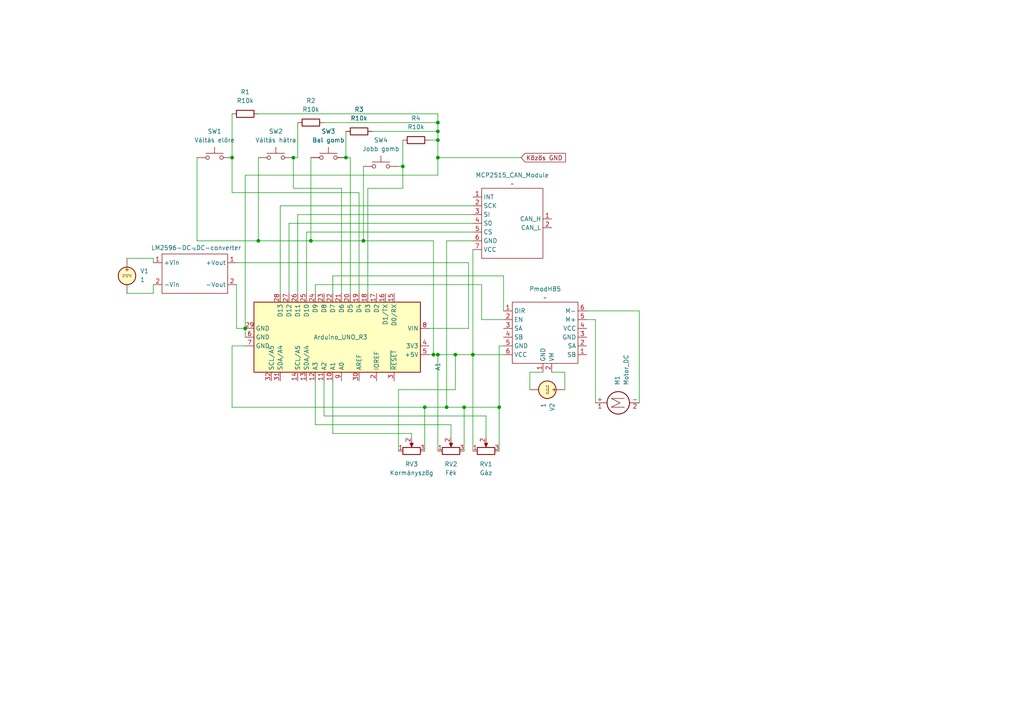
<source format=kicad_sch>
(kicad_sch
	(version 20231120)
	(generator "eeschema")
	(generator_version "8.0")
	(uuid "72a13df0-5607-400f-a823-b760a784fa82")
	(paper "A4")
	(lib_symbols
		(symbol "Device:R"
			(pin_numbers hide)
			(pin_names
				(offset 0)
			)
			(exclude_from_sim no)
			(in_bom yes)
			(on_board yes)
			(property "Reference" "R"
				(at 2.032 0 90)
				(effects
					(font
						(size 1.27 1.27)
					)
				)
			)
			(property "Value" "R"
				(at 0 0 90)
				(effects
					(font
						(size 1.27 1.27)
					)
				)
			)
			(property "Footprint" ""
				(at -1.778 0 90)
				(effects
					(font
						(size 1.27 1.27)
					)
					(hide yes)
				)
			)
			(property "Datasheet" "~"
				(at 0 0 0)
				(effects
					(font
						(size 1.27 1.27)
					)
					(hide yes)
				)
			)
			(property "Description" "Resistor"
				(at 0 0 0)
				(effects
					(font
						(size 1.27 1.27)
					)
					(hide yes)
				)
			)
			(property "ki_keywords" "R res resistor"
				(at 0 0 0)
				(effects
					(font
						(size 1.27 1.27)
					)
					(hide yes)
				)
			)
			(property "ki_fp_filters" "R_*"
				(at 0 0 0)
				(effects
					(font
						(size 1.27 1.27)
					)
					(hide yes)
				)
			)
			(symbol "R_0_1"
				(rectangle
					(start -1.016 -2.54)
					(end 1.016 2.54)
					(stroke
						(width 0.254)
						(type default)
					)
					(fill
						(type none)
					)
				)
			)
			(symbol "R_1_1"
				(pin passive line
					(at 0 3.81 270)
					(length 1.27)
					(name "~"
						(effects
							(font
								(size 1.27 1.27)
							)
						)
					)
					(number "1"
						(effects
							(font
								(size 1.27 1.27)
							)
						)
					)
				)
				(pin passive line
					(at 0 -3.81 90)
					(length 1.27)
					(name "~"
						(effects
							(font
								(size 1.27 1.27)
							)
						)
					)
					(number "2"
						(effects
							(font
								(size 1.27 1.27)
							)
						)
					)
				)
			)
		)
		(symbol "Device:R_Potentiometer"
			(pin_names
				(offset 1.016) hide)
			(exclude_from_sim no)
			(in_bom yes)
			(on_board yes)
			(property "Reference" "RV"
				(at -4.445 0 90)
				(effects
					(font
						(size 1.27 1.27)
					)
				)
			)
			(property "Value" "R_Potentiometer"
				(at -2.54 0 90)
				(effects
					(font
						(size 1.27 1.27)
					)
				)
			)
			(property "Footprint" ""
				(at 0 0 0)
				(effects
					(font
						(size 1.27 1.27)
					)
					(hide yes)
				)
			)
			(property "Datasheet" "~"
				(at 0 0 0)
				(effects
					(font
						(size 1.27 1.27)
					)
					(hide yes)
				)
			)
			(property "Description" "Potentiometer"
				(at 0 0 0)
				(effects
					(font
						(size 1.27 1.27)
					)
					(hide yes)
				)
			)
			(property "ki_keywords" "resistor variable"
				(at 0 0 0)
				(effects
					(font
						(size 1.27 1.27)
					)
					(hide yes)
				)
			)
			(property "ki_fp_filters" "Potentiometer*"
				(at 0 0 0)
				(effects
					(font
						(size 1.27 1.27)
					)
					(hide yes)
				)
			)
			(symbol "R_Potentiometer_0_1"
				(polyline
					(pts
						(xy 2.54 0) (xy 1.524 0)
					)
					(stroke
						(width 0)
						(type default)
					)
					(fill
						(type none)
					)
				)
				(polyline
					(pts
						(xy 1.143 0) (xy 2.286 0.508) (xy 2.286 -0.508) (xy 1.143 0)
					)
					(stroke
						(width 0)
						(type default)
					)
					(fill
						(type outline)
					)
				)
				(rectangle
					(start 1.016 2.54)
					(end -1.016 -2.54)
					(stroke
						(width 0.254)
						(type default)
					)
					(fill
						(type none)
					)
				)
			)
			(symbol "R_Potentiometer_1_1"
				(pin passive line
					(at 0 3.81 270)
					(length 1.27)
					(name "1"
						(effects
							(font
								(size 1.27 1.27)
							)
						)
					)
					(number "1"
						(effects
							(font
								(size 1.27 1.27)
							)
						)
					)
				)
				(pin passive line
					(at 3.81 0 180)
					(length 1.27)
					(name "2"
						(effects
							(font
								(size 1.27 1.27)
							)
						)
					)
					(number "2"
						(effects
							(font
								(size 1.27 1.27)
							)
						)
					)
				)
				(pin passive line
					(at 0 -3.81 90)
					(length 1.27)
					(name "3"
						(effects
							(font
								(size 1.27 1.27)
							)
						)
					)
					(number "3"
						(effects
							(font
								(size 1.27 1.27)
							)
						)
					)
				)
			)
		)
		(symbol "MCU_Module:Arduino_UNO_R3"
			(exclude_from_sim no)
			(in_bom yes)
			(on_board yes)
			(property "Reference" "A"
				(at -10.16 23.495 0)
				(effects
					(font
						(size 1.27 1.27)
					)
					(justify left bottom)
				)
			)
			(property "Value" "Arduino_UNO_R3"
				(at 5.08 -26.67 0)
				(effects
					(font
						(size 1.27 1.27)
					)
					(justify left top)
				)
			)
			(property "Footprint" "Module:Arduino_UNO_R3"
				(at 0 0 0)
				(effects
					(font
						(size 1.27 1.27)
						(italic yes)
					)
					(hide yes)
				)
			)
			(property "Datasheet" "https://www.arduino.cc/en/Main/arduinoBoardUno"
				(at 0 0 0)
				(effects
					(font
						(size 1.27 1.27)
					)
					(hide yes)
				)
			)
			(property "Description" "Arduino UNO Microcontroller Module, release 3"
				(at 0 0 0)
				(effects
					(font
						(size 1.27 1.27)
					)
					(hide yes)
				)
			)
			(property "ki_keywords" "Arduino UNO R3 Microcontroller Module Atmel AVR USB"
				(at 0 0 0)
				(effects
					(font
						(size 1.27 1.27)
					)
					(hide yes)
				)
			)
			(property "ki_fp_filters" "Arduino*UNO*R3*"
				(at 0 0 0)
				(effects
					(font
						(size 1.27 1.27)
					)
					(hide yes)
				)
			)
			(symbol "Arduino_UNO_R3_0_1"
				(rectangle
					(start -10.16 22.86)
					(end 10.16 -25.4)
					(stroke
						(width 0.254)
						(type default)
					)
					(fill
						(type background)
					)
				)
			)
			(symbol "Arduino_UNO_R3_1_1"
				(pin no_connect line
					(at -10.16 -20.32 0)
					(length 2.54) hide
					(name "NC"
						(effects
							(font
								(size 1.27 1.27)
							)
						)
					)
					(number "1"
						(effects
							(font
								(size 1.27 1.27)
							)
						)
					)
				)
				(pin bidirectional line
					(at 12.7 -2.54 180)
					(length 2.54)
					(name "A1"
						(effects
							(font
								(size 1.27 1.27)
							)
						)
					)
					(number "10"
						(effects
							(font
								(size 1.27 1.27)
							)
						)
					)
				)
				(pin bidirectional line
					(at 12.7 -5.08 180)
					(length 2.54)
					(name "A2"
						(effects
							(font
								(size 1.27 1.27)
							)
						)
					)
					(number "11"
						(effects
							(font
								(size 1.27 1.27)
							)
						)
					)
				)
				(pin bidirectional line
					(at 12.7 -7.62 180)
					(length 2.54)
					(name "A3"
						(effects
							(font
								(size 1.27 1.27)
							)
						)
					)
					(number "12"
						(effects
							(font
								(size 1.27 1.27)
							)
						)
					)
				)
				(pin bidirectional line
					(at 12.7 -10.16 180)
					(length 2.54)
					(name "SDA/A4"
						(effects
							(font
								(size 1.27 1.27)
							)
						)
					)
					(number "13"
						(effects
							(font
								(size 1.27 1.27)
							)
						)
					)
				)
				(pin bidirectional line
					(at 12.7 -12.7 180)
					(length 2.54)
					(name "SCL/A5"
						(effects
							(font
								(size 1.27 1.27)
							)
						)
					)
					(number "14"
						(effects
							(font
								(size 1.27 1.27)
							)
						)
					)
				)
				(pin bidirectional line
					(at -12.7 15.24 0)
					(length 2.54)
					(name "D0/RX"
						(effects
							(font
								(size 1.27 1.27)
							)
						)
					)
					(number "15"
						(effects
							(font
								(size 1.27 1.27)
							)
						)
					)
				)
				(pin bidirectional line
					(at -12.7 12.7 0)
					(length 2.54)
					(name "D1/TX"
						(effects
							(font
								(size 1.27 1.27)
							)
						)
					)
					(number "16"
						(effects
							(font
								(size 1.27 1.27)
							)
						)
					)
				)
				(pin bidirectional line
					(at -12.7 10.16 0)
					(length 2.54)
					(name "D2"
						(effects
							(font
								(size 1.27 1.27)
							)
						)
					)
					(number "17"
						(effects
							(font
								(size 1.27 1.27)
							)
						)
					)
				)
				(pin bidirectional line
					(at -12.7 7.62 0)
					(length 2.54)
					(name "D3"
						(effects
							(font
								(size 1.27 1.27)
							)
						)
					)
					(number "18"
						(effects
							(font
								(size 1.27 1.27)
							)
						)
					)
				)
				(pin bidirectional line
					(at -12.7 5.08 0)
					(length 2.54)
					(name "D4"
						(effects
							(font
								(size 1.27 1.27)
							)
						)
					)
					(number "19"
						(effects
							(font
								(size 1.27 1.27)
							)
						)
					)
				)
				(pin output line
					(at 12.7 10.16 180)
					(length 2.54)
					(name "IOREF"
						(effects
							(font
								(size 1.27 1.27)
							)
						)
					)
					(number "2"
						(effects
							(font
								(size 1.27 1.27)
							)
						)
					)
				)
				(pin bidirectional line
					(at -12.7 2.54 0)
					(length 2.54)
					(name "D5"
						(effects
							(font
								(size 1.27 1.27)
							)
						)
					)
					(number "20"
						(effects
							(font
								(size 1.27 1.27)
							)
						)
					)
				)
				(pin bidirectional line
					(at -12.7 0 0)
					(length 2.54)
					(name "D6"
						(effects
							(font
								(size 1.27 1.27)
							)
						)
					)
					(number "21"
						(effects
							(font
								(size 1.27 1.27)
							)
						)
					)
				)
				(pin bidirectional line
					(at -12.7 -2.54 0)
					(length 2.54)
					(name "D7"
						(effects
							(font
								(size 1.27 1.27)
							)
						)
					)
					(number "22"
						(effects
							(font
								(size 1.27 1.27)
							)
						)
					)
				)
				(pin bidirectional line
					(at -12.7 -5.08 0)
					(length 2.54)
					(name "D8"
						(effects
							(font
								(size 1.27 1.27)
							)
						)
					)
					(number "23"
						(effects
							(font
								(size 1.27 1.27)
							)
						)
					)
				)
				(pin bidirectional line
					(at -12.7 -7.62 0)
					(length 2.54)
					(name "D9"
						(effects
							(font
								(size 1.27 1.27)
							)
						)
					)
					(number "24"
						(effects
							(font
								(size 1.27 1.27)
							)
						)
					)
				)
				(pin bidirectional line
					(at -12.7 -10.16 0)
					(length 2.54)
					(name "D10"
						(effects
							(font
								(size 1.27 1.27)
							)
						)
					)
					(number "25"
						(effects
							(font
								(size 1.27 1.27)
							)
						)
					)
				)
				(pin bidirectional line
					(at -12.7 -12.7 0)
					(length 2.54)
					(name "D11"
						(effects
							(font
								(size 1.27 1.27)
							)
						)
					)
					(number "26"
						(effects
							(font
								(size 1.27 1.27)
							)
						)
					)
				)
				(pin bidirectional line
					(at -12.7 -15.24 0)
					(length 2.54)
					(name "D12"
						(effects
							(font
								(size 1.27 1.27)
							)
						)
					)
					(number "27"
						(effects
							(font
								(size 1.27 1.27)
							)
						)
					)
				)
				(pin bidirectional line
					(at -12.7 -17.78 0)
					(length 2.54)
					(name "D13"
						(effects
							(font
								(size 1.27 1.27)
							)
						)
					)
					(number "28"
						(effects
							(font
								(size 1.27 1.27)
							)
						)
					)
				)
				(pin power_in line
					(at -2.54 -27.94 90)
					(length 2.54)
					(name "GND"
						(effects
							(font
								(size 1.27 1.27)
							)
						)
					)
					(number "29"
						(effects
							(font
								(size 1.27 1.27)
							)
						)
					)
				)
				(pin input line
					(at 12.7 15.24 180)
					(length 2.54)
					(name "~{RESET}"
						(effects
							(font
								(size 1.27 1.27)
							)
						)
					)
					(number "3"
						(effects
							(font
								(size 1.27 1.27)
							)
						)
					)
				)
				(pin input line
					(at 12.7 5.08 180)
					(length 2.54)
					(name "AREF"
						(effects
							(font
								(size 1.27 1.27)
							)
						)
					)
					(number "30"
						(effects
							(font
								(size 1.27 1.27)
							)
						)
					)
				)
				(pin bidirectional line
					(at 12.7 -17.78 180)
					(length 2.54)
					(name "SDA/A4"
						(effects
							(font
								(size 1.27 1.27)
							)
						)
					)
					(number "31"
						(effects
							(font
								(size 1.27 1.27)
							)
						)
					)
				)
				(pin bidirectional line
					(at 12.7 -20.32 180)
					(length 2.54)
					(name "SCL/A5"
						(effects
							(font
								(size 1.27 1.27)
							)
						)
					)
					(number "32"
						(effects
							(font
								(size 1.27 1.27)
							)
						)
					)
				)
				(pin power_out line
					(at 2.54 25.4 270)
					(length 2.54)
					(name "3V3"
						(effects
							(font
								(size 1.27 1.27)
							)
						)
					)
					(number "4"
						(effects
							(font
								(size 1.27 1.27)
							)
						)
					)
				)
				(pin power_out line
					(at 5.08 25.4 270)
					(length 2.54)
					(name "+5V"
						(effects
							(font
								(size 1.27 1.27)
							)
						)
					)
					(number "5"
						(effects
							(font
								(size 1.27 1.27)
							)
						)
					)
				)
				(pin power_in line
					(at 0 -27.94 90)
					(length 2.54)
					(name "GND"
						(effects
							(font
								(size 1.27 1.27)
							)
						)
					)
					(number "6"
						(effects
							(font
								(size 1.27 1.27)
							)
						)
					)
				)
				(pin power_in line
					(at 2.54 -27.94 90)
					(length 2.54)
					(name "GND"
						(effects
							(font
								(size 1.27 1.27)
							)
						)
					)
					(number "7"
						(effects
							(font
								(size 1.27 1.27)
							)
						)
					)
				)
				(pin power_in line
					(at -2.54 25.4 270)
					(length 2.54)
					(name "VIN"
						(effects
							(font
								(size 1.27 1.27)
							)
						)
					)
					(number "8"
						(effects
							(font
								(size 1.27 1.27)
							)
						)
					)
				)
				(pin bidirectional line
					(at 12.7 0 180)
					(length 2.54)
					(name "A0"
						(effects
							(font
								(size 1.27 1.27)
							)
						)
					)
					(number "9"
						(effects
							(font
								(size 1.27 1.27)
							)
						)
					)
				)
			)
		)
		(symbol "Motor:Motor_DC"
			(pin_names
				(offset 0)
			)
			(exclude_from_sim no)
			(in_bom yes)
			(on_board yes)
			(property "Reference" "M"
				(at 2.54 2.54 0)
				(effects
					(font
						(size 1.27 1.27)
					)
					(justify left)
				)
			)
			(property "Value" "Motor_DC"
				(at 2.54 -5.08 0)
				(effects
					(font
						(size 1.27 1.27)
					)
					(justify left top)
				)
			)
			(property "Footprint" ""
				(at 0 -2.286 0)
				(effects
					(font
						(size 1.27 1.27)
					)
					(hide yes)
				)
			)
			(property "Datasheet" "~"
				(at 0 -2.286 0)
				(effects
					(font
						(size 1.27 1.27)
					)
					(hide yes)
				)
			)
			(property "Description" "DC Motor"
				(at 0 0 0)
				(effects
					(font
						(size 1.27 1.27)
					)
					(hide yes)
				)
			)
			(property "ki_keywords" "DC Motor"
				(at 0 0 0)
				(effects
					(font
						(size 1.27 1.27)
					)
					(hide yes)
				)
			)
			(property "ki_fp_filters" "PinHeader*P2.54mm* TerminalBlock*"
				(at 0 0 0)
				(effects
					(font
						(size 1.27 1.27)
					)
					(hide yes)
				)
			)
			(symbol "Motor_DC_0_0"
				(polyline
					(pts
						(xy -1.27 -3.302) (xy -1.27 0.508) (xy 0 -2.032) (xy 1.27 0.508) (xy 1.27 -3.302)
					)
					(stroke
						(width 0)
						(type default)
					)
					(fill
						(type none)
					)
				)
			)
			(symbol "Motor_DC_0_1"
				(circle
					(center 0 -1.524)
					(radius 3.2512)
					(stroke
						(width 0.254)
						(type default)
					)
					(fill
						(type none)
					)
				)
				(polyline
					(pts
						(xy 0 -7.62) (xy 0 -7.112)
					)
					(stroke
						(width 0)
						(type default)
					)
					(fill
						(type none)
					)
				)
				(polyline
					(pts
						(xy 0 -4.7752) (xy 0 -5.1816)
					)
					(stroke
						(width 0)
						(type default)
					)
					(fill
						(type none)
					)
				)
				(polyline
					(pts
						(xy 0 1.7272) (xy 0 2.0828)
					)
					(stroke
						(width 0)
						(type default)
					)
					(fill
						(type none)
					)
				)
				(polyline
					(pts
						(xy 0 2.032) (xy 0 2.54)
					)
					(stroke
						(width 0)
						(type default)
					)
					(fill
						(type none)
					)
				)
			)
			(symbol "Motor_DC_1_1"
				(pin passive line
					(at 0 5.08 270)
					(length 2.54)
					(name "+"
						(effects
							(font
								(size 1.27 1.27)
							)
						)
					)
					(number "1"
						(effects
							(font
								(size 1.27 1.27)
							)
						)
					)
				)
				(pin passive line
					(at 0 -7.62 90)
					(length 2.54)
					(name "-"
						(effects
							(font
								(size 1.27 1.27)
							)
						)
					)
					(number "2"
						(effects
							(font
								(size 1.27 1.27)
							)
						)
					)
				)
			)
		)
		(symbol "Simulation_SPICE:VDC"
			(pin_numbers hide)
			(pin_names
				(offset 0.0254)
			)
			(exclude_from_sim no)
			(in_bom yes)
			(on_board yes)
			(property "Reference" "V"
				(at 2.54 2.54 0)
				(effects
					(font
						(size 1.27 1.27)
					)
					(justify left)
				)
			)
			(property "Value" "1"
				(at 2.54 0 0)
				(effects
					(font
						(size 1.27 1.27)
					)
					(justify left)
				)
			)
			(property "Footprint" ""
				(at 0 0 0)
				(effects
					(font
						(size 1.27 1.27)
					)
					(hide yes)
				)
			)
			(property "Datasheet" "https://ngspice.sourceforge.io/docs/ngspice-html-manual/manual.xhtml#sec_Independent_Sources_for"
				(at 0 0 0)
				(effects
					(font
						(size 1.27 1.27)
					)
					(hide yes)
				)
			)
			(property "Description" "Voltage source, DC"
				(at 0 0 0)
				(effects
					(font
						(size 1.27 1.27)
					)
					(hide yes)
				)
			)
			(property "Sim.Pins" "1=+ 2=-"
				(at 0 0 0)
				(effects
					(font
						(size 1.27 1.27)
					)
					(hide yes)
				)
			)
			(property "Sim.Type" "DC"
				(at 0 0 0)
				(effects
					(font
						(size 1.27 1.27)
					)
					(hide yes)
				)
			)
			(property "Sim.Device" "V"
				(at 0 0 0)
				(effects
					(font
						(size 1.27 1.27)
					)
					(justify left)
					(hide yes)
				)
			)
			(property "ki_keywords" "simulation"
				(at 0 0 0)
				(effects
					(font
						(size 1.27 1.27)
					)
					(hide yes)
				)
			)
			(symbol "VDC_0_0"
				(polyline
					(pts
						(xy -1.27 0.254) (xy 1.27 0.254)
					)
					(stroke
						(width 0)
						(type default)
					)
					(fill
						(type none)
					)
				)
				(polyline
					(pts
						(xy -0.762 -0.254) (xy -1.27 -0.254)
					)
					(stroke
						(width 0)
						(type default)
					)
					(fill
						(type none)
					)
				)
				(polyline
					(pts
						(xy 0.254 -0.254) (xy -0.254 -0.254)
					)
					(stroke
						(width 0)
						(type default)
					)
					(fill
						(type none)
					)
				)
				(polyline
					(pts
						(xy 1.27 -0.254) (xy 0.762 -0.254)
					)
					(stroke
						(width 0)
						(type default)
					)
					(fill
						(type none)
					)
				)
				(text "+"
					(at 0 1.905 0)
					(effects
						(font
							(size 1.27 1.27)
						)
					)
				)
			)
			(symbol "VDC_0_1"
				(circle
					(center 0 0)
					(radius 2.54)
					(stroke
						(width 0.254)
						(type default)
					)
					(fill
						(type background)
					)
				)
			)
			(symbol "VDC_1_1"
				(pin passive line
					(at 0 5.08 270)
					(length 2.54)
					(name "~"
						(effects
							(font
								(size 1.27 1.27)
							)
						)
					)
					(number "1"
						(effects
							(font
								(size 1.27 1.27)
							)
						)
					)
				)
				(pin passive line
					(at 0 -5.08 90)
					(length 2.54)
					(name "~"
						(effects
							(font
								(size 1.27 1.27)
							)
						)
					)
					(number "2"
						(effects
							(font
								(size 1.27 1.27)
							)
						)
					)
				)
			)
		)
		(symbol "Switch:SW_Push"
			(pin_numbers hide)
			(pin_names
				(offset 1.016) hide)
			(exclude_from_sim no)
			(in_bom yes)
			(on_board yes)
			(property "Reference" "SW"
				(at 1.27 2.54 0)
				(effects
					(font
						(size 1.27 1.27)
					)
					(justify left)
				)
			)
			(property "Value" "SW_Push"
				(at 0 -1.524 0)
				(effects
					(font
						(size 1.27 1.27)
					)
				)
			)
			(property "Footprint" ""
				(at 0 5.08 0)
				(effects
					(font
						(size 1.27 1.27)
					)
					(hide yes)
				)
			)
			(property "Datasheet" "~"
				(at 0 5.08 0)
				(effects
					(font
						(size 1.27 1.27)
					)
					(hide yes)
				)
			)
			(property "Description" "Push button switch, generic, two pins"
				(at 0 0 0)
				(effects
					(font
						(size 1.27 1.27)
					)
					(hide yes)
				)
			)
			(property "ki_keywords" "switch normally-open pushbutton push-button"
				(at 0 0 0)
				(effects
					(font
						(size 1.27 1.27)
					)
					(hide yes)
				)
			)
			(symbol "SW_Push_0_1"
				(circle
					(center -2.032 0)
					(radius 0.508)
					(stroke
						(width 0)
						(type default)
					)
					(fill
						(type none)
					)
				)
				(polyline
					(pts
						(xy 0 1.27) (xy 0 3.048)
					)
					(stroke
						(width 0)
						(type default)
					)
					(fill
						(type none)
					)
				)
				(polyline
					(pts
						(xy 2.54 1.27) (xy -2.54 1.27)
					)
					(stroke
						(width 0)
						(type default)
					)
					(fill
						(type none)
					)
				)
				(circle
					(center 2.032 0)
					(radius 0.508)
					(stroke
						(width 0)
						(type default)
					)
					(fill
						(type none)
					)
				)
				(pin passive line
					(at -5.08 0 0)
					(length 2.54)
					(name "1"
						(effects
							(font
								(size 1.27 1.27)
							)
						)
					)
					(number "1"
						(effects
							(font
								(size 1.27 1.27)
							)
						)
					)
				)
				(pin passive line
					(at 5.08 0 180)
					(length 2.54)
					(name "2"
						(effects
							(font
								(size 1.27 1.27)
							)
						)
					)
					(number "2"
						(effects
							(font
								(size 1.27 1.27)
							)
						)
					)
				)
			)
		)
		(symbol "mcp2515CANController:LM2596S"
			(exclude_from_sim no)
			(in_bom yes)
			(on_board yes)
			(property "Reference" "U"
				(at 0 0 0)
				(effects
					(font
						(size 1.27 1.27)
					)
				)
			)
			(property "Value" ""
				(at 0 0 0)
				(effects
					(font
						(size 1.27 1.27)
					)
				)
			)
			(property "Footprint" ""
				(at 0 0 0)
				(effects
					(font
						(size 1.27 1.27)
					)
					(hide yes)
				)
			)
			(property "Datasheet" ""
				(at 0 0 0)
				(effects
					(font
						(size 1.27 1.27)
					)
					(hide yes)
				)
			)
			(property "Description" ""
				(at 0 0 0)
				(effects
					(font
						(size 1.27 1.27)
					)
					(hide yes)
				)
			)
			(symbol "LM2596S_0_1"
				(rectangle
					(start 0 0)
					(end 19.05 -11.43)
					(stroke
						(width 0)
						(type default)
					)
					(fill
						(type none)
					)
				)
			)
			(symbol "LM2596S_1_1"
				(pin power_in line
					(at -2.54 -2.54 0)
					(length 2.54)
					(name "+Vin"
						(effects
							(font
								(size 1.27 1.27)
							)
						)
					)
					(number "1"
						(effects
							(font
								(size 1.27 1.27)
							)
						)
					)
				)
				(pin power_out line
					(at 21.59 -2.54 180)
					(length 2.54)
					(name "+Vout"
						(effects
							(font
								(size 1.27 1.27)
							)
						)
					)
					(number "1"
						(effects
							(font
								(size 1.27 1.27)
							)
						)
					)
				)
				(pin input line
					(at -2.54 -8.89 0)
					(length 2.54)
					(name "-Vin"
						(effects
							(font
								(size 1.27 1.27)
							)
						)
					)
					(number "2"
						(effects
							(font
								(size 1.27 1.27)
							)
						)
					)
				)
				(pin output line
					(at 21.59 -8.89 180)
					(length 2.54)
					(name "-Vout"
						(effects
							(font
								(size 1.27 1.27)
							)
						)
					)
					(number "2"
						(effects
							(font
								(size 1.27 1.27)
							)
						)
					)
				)
			)
		)
		(symbol "mcp2515CANController:MCP2515_CAN_Controller_Module"
			(exclude_from_sim no)
			(in_bom yes)
			(on_board yes)
			(property "Reference" "U"
				(at 0 0 0)
				(effects
					(font
						(size 1.27 1.27)
					)
				)
			)
			(property "Value" ""
				(at 0 0 0)
				(effects
					(font
						(size 1.27 1.27)
					)
				)
			)
			(property "Footprint" ""
				(at 0 0 0)
				(effects
					(font
						(size 1.27 1.27)
					)
					(hide yes)
				)
			)
			(property "Datasheet" ""
				(at 0 0 0)
				(effects
					(font
						(size 1.27 1.27)
					)
					(hide yes)
				)
			)
			(property "Description" ""
				(at 0 0 0)
				(effects
					(font
						(size 1.27 1.27)
					)
					(hide yes)
				)
			)
			(symbol "MCP2515_CAN_Controller_Module_0_1"
				(rectangle
					(start 0 -3.81)
					(end 17.78 -24.13)
					(stroke
						(width 0)
						(type default)
					)
					(fill
						(type none)
					)
				)
			)
			(symbol "MCP2515_CAN_Controller_Module_1_1"
				(pin bidirectional line
					(at 20.32 -12.7 180)
					(length 2.54)
					(name "CAN_H"
						(effects
							(font
								(size 1.27 1.27)
							)
						)
					)
					(number "1"
						(effects
							(font
								(size 1.27 1.27)
							)
						)
					)
				)
				(pin output line
					(at -2.54 -6.35 0)
					(length 2.54)
					(name "INT"
						(effects
							(font
								(size 1.27 1.27)
							)
						)
					)
					(number "1"
						(effects
							(font
								(size 1.27 1.27)
							)
						)
					)
				)
				(pin bidirectional line
					(at 20.32 -15.24 180)
					(length 2.54)
					(name "CAN_L"
						(effects
							(font
								(size 1.27 1.27)
							)
						)
					)
					(number "2"
						(effects
							(font
								(size 1.27 1.27)
							)
						)
					)
				)
				(pin input line
					(at -2.54 -8.89 0)
					(length 2.54)
					(name "SCK"
						(effects
							(font
								(size 1.27 1.27)
							)
						)
					)
					(number "2"
						(effects
							(font
								(size 1.27 1.27)
							)
						)
					)
				)
				(pin input line
					(at -2.54 -11.43 0)
					(length 2.54)
					(name "SI"
						(effects
							(font
								(size 1.27 1.27)
							)
						)
					)
					(number "3"
						(effects
							(font
								(size 1.27 1.27)
							)
						)
					)
				)
				(pin output line
					(at -2.54 -13.97 0)
					(length 2.54)
					(name "S0"
						(effects
							(font
								(size 1.27 1.27)
							)
						)
					)
					(number "4"
						(effects
							(font
								(size 1.27 1.27)
							)
						)
					)
				)
				(pin input line
					(at -2.54 -16.51 0)
					(length 2.54)
					(name "CS"
						(effects
							(font
								(size 1.27 1.27)
							)
						)
					)
					(number "5"
						(effects
							(font
								(size 1.27 1.27)
							)
						)
					)
				)
				(pin input line
					(at -2.54 -19.05 0)
					(length 2.54)
					(name "GND"
						(effects
							(font
								(size 1.27 1.27)
							)
						)
					)
					(number "6"
						(effects
							(font
								(size 1.27 1.27)
							)
						)
					)
				)
				(pin power_in line
					(at -2.54 -21.59 0)
					(length 2.54)
					(name "VCC"
						(effects
							(font
								(size 1.27 1.27)
							)
						)
					)
					(number "7"
						(effects
							(font
								(size 1.27 1.27)
							)
						)
					)
				)
			)
		)
		(symbol "mcp2515CANController:pmodHB5"
			(exclude_from_sim no)
			(in_bom yes)
			(on_board yes)
			(property "Reference" "U"
				(at 0 0 0)
				(effects
					(font
						(size 1.27 1.27)
					)
				)
			)
			(property "Value" ""
				(at 0 0 0)
				(effects
					(font
						(size 1.27 1.27)
					)
				)
			)
			(property "Footprint" ""
				(at 0 0 0)
				(effects
					(font
						(size 1.27 1.27)
					)
					(hide yes)
				)
			)
			(property "Datasheet" ""
				(at 0 0 0)
				(effects
					(font
						(size 1.27 1.27)
					)
					(hide yes)
				)
			)
			(property "Description" ""
				(at 0 0 0)
				(effects
					(font
						(size 1.27 1.27)
					)
					(hide yes)
				)
			)
			(symbol "pmodHB5_0_1"
				(rectangle
					(start 2.54 5.08)
					(end 21.59 -12.7)
					(stroke
						(width 0)
						(type default)
					)
					(fill
						(type none)
					)
				)
			)
			(symbol "pmodHB5_1_1"
				(pin bidirectional line
					(at 0 2.54 0)
					(length 2.54)
					(name "DIR"
						(effects
							(font
								(size 1.27 1.27)
							)
						)
					)
					(number "1"
						(effects
							(font
								(size 1.27 1.27)
							)
						)
					)
				)
				(pin input line
					(at 11.43 -15.24 90)
					(length 2.54)
					(name "GND"
						(effects
							(font
								(size 1.27 1.27)
							)
						)
					)
					(number "1"
						(effects
							(font
								(size 1.27 1.27)
							)
						)
					)
				)
				(pin bidirectional line
					(at 24.13 -10.16 180)
					(length 2.54)
					(name "SB"
						(effects
							(font
								(size 1.27 1.27)
							)
						)
					)
					(number "1"
						(effects
							(font
								(size 1.27 1.27)
							)
						)
					)
				)
				(pin bidirectional line
					(at 0 0 0)
					(length 2.54)
					(name "EN"
						(effects
							(font
								(size 1.27 1.27)
							)
						)
					)
					(number "2"
						(effects
							(font
								(size 1.27 1.27)
							)
						)
					)
				)
				(pin bidirectional line
					(at 24.13 -7.62 180)
					(length 2.54)
					(name "SA"
						(effects
							(font
								(size 1.27 1.27)
							)
						)
					)
					(number "2"
						(effects
							(font
								(size 1.27 1.27)
							)
						)
					)
				)
				(pin input line
					(at 13.97 -15.24 90)
					(length 2.54)
					(name "VM"
						(effects
							(font
								(size 1.27 1.27)
							)
						)
					)
					(number "2"
						(effects
							(font
								(size 1.27 1.27)
							)
						)
					)
				)
				(pin input line
					(at 24.13 -5.08 180)
					(length 2.54)
					(name "GND"
						(effects
							(font
								(size 1.27 1.27)
							)
						)
					)
					(number "3"
						(effects
							(font
								(size 1.27 1.27)
							)
						)
					)
				)
				(pin bidirectional line
					(at 0 -2.54 0)
					(length 2.54)
					(name "SA"
						(effects
							(font
								(size 1.27 1.27)
							)
						)
					)
					(number "3"
						(effects
							(font
								(size 1.27 1.27)
							)
						)
					)
				)
				(pin bidirectional line
					(at 0 -5.08 0)
					(length 2.54)
					(name "SB"
						(effects
							(font
								(size 1.27 1.27)
							)
						)
					)
					(number "4"
						(effects
							(font
								(size 1.27 1.27)
							)
						)
					)
				)
				(pin input line
					(at 24.13 -2.54 180)
					(length 2.54)
					(name "VCC"
						(effects
							(font
								(size 1.27 1.27)
							)
						)
					)
					(number "4"
						(effects
							(font
								(size 1.27 1.27)
							)
						)
					)
				)
				(pin input line
					(at 0 -7.62 0)
					(length 2.54)
					(name "GND"
						(effects
							(font
								(size 1.27 1.27)
							)
						)
					)
					(number "5"
						(effects
							(font
								(size 1.27 1.27)
							)
						)
					)
				)
				(pin output line
					(at 24.13 0 180)
					(length 2.54)
					(name "M+"
						(effects
							(font
								(size 1.27 1.27)
							)
						)
					)
					(number "5"
						(effects
							(font
								(size 1.27 1.27)
							)
						)
					)
				)
				(pin output line
					(at 24.13 2.54 180)
					(length 2.54)
					(name "M-"
						(effects
							(font
								(size 1.27 1.27)
							)
						)
					)
					(number "6"
						(effects
							(font
								(size 1.27 1.27)
							)
						)
					)
				)
				(pin input line
					(at 0 -10.16 0)
					(length 2.54)
					(name "VCC"
						(effects
							(font
								(size 1.27 1.27)
							)
						)
					)
					(number "6"
						(effects
							(font
								(size 1.27 1.27)
							)
						)
					)
				)
			)
		)
	)
	(junction
		(at 67.31 45.72)
		(diameter 0)
		(color 0 0 0 0)
		(uuid "08cb0335-ac32-42d0-9336-2dcbaff8ce02")
	)
	(junction
		(at 127 35.56)
		(diameter 0)
		(color 0 0 0 0)
		(uuid "1a76bbec-1e23-433b-ad5d-3de065e8cbd4")
	)
	(junction
		(at 71.12 95.25)
		(diameter 0)
		(color 0 0 0 0)
		(uuid "24fa5b53-6374-47ed-af73-e3dc204f77c0")
	)
	(junction
		(at 90.17 69.85)
		(diameter 0)
		(color 0 0 0 0)
		(uuid "48e95fa8-934b-49a0-8d0b-72e1d592a76d")
	)
	(junction
		(at 132.08 102.87)
		(diameter 0)
		(color 0 0 0 0)
		(uuid "4a2b1752-d7b3-4300-9258-a0dacf57b464")
	)
	(junction
		(at 134.62 118.11)
		(diameter 0)
		(color 0 0 0 0)
		(uuid "4e242e94-d091-4be7-8829-1fae639946bf")
	)
	(junction
		(at 123.19 118.11)
		(diameter 0)
		(color 0 0 0 0)
		(uuid "530a0ff3-9416-40a4-9092-d273b1744d86")
	)
	(junction
		(at 137.16 102.87)
		(diameter 0)
		(color 0 0 0 0)
		(uuid "5bba23bc-9471-4bdb-a154-65a2ecf2080d")
	)
	(junction
		(at 85.09 45.72)
		(diameter 0)
		(color 0 0 0 0)
		(uuid "5d1b641e-f1c6-44d4-a17c-3e0bae6ec34e")
	)
	(junction
		(at 144.78 118.11)
		(diameter 0)
		(color 0 0 0 0)
		(uuid "73ec6a48-1b98-40f2-b27c-ae7989564716")
	)
	(junction
		(at 105.41 69.85)
		(diameter 0)
		(color 0 0 0 0)
		(uuid "878a7acc-20f8-473b-88b8-7cf151f13f12")
	)
	(junction
		(at 116.84 48.26)
		(diameter 0)
		(color 0 0 0 0)
		(uuid "9b6f7f47-076a-4518-8cbd-fbbf1455f419")
	)
	(junction
		(at 100.33 45.72)
		(diameter 0)
		(color 0 0 0 0)
		(uuid "9e34aced-90e6-4107-ac21-595887851526")
	)
	(junction
		(at 74.93 69.85)
		(diameter 0)
		(color 0 0 0 0)
		(uuid "a2a18d42-6de4-4470-b5ab-8fe3bb2aabac")
	)
	(junction
		(at 127 102.87)
		(diameter 0)
		(color 0 0 0 0)
		(uuid "ae9f36b0-c572-4c97-8c33-6661a8c06612")
	)
	(junction
		(at 129.54 118.11)
		(diameter 0)
		(color 0 0 0 0)
		(uuid "af84b639-7de9-4037-86e2-aafcefec41b0")
	)
	(junction
		(at 127 45.72)
		(diameter 0)
		(color 0 0 0 0)
		(uuid "b157495c-4dab-4bc6-af5b-6fc5eeac6bd6")
	)
	(junction
		(at 127 40.64)
		(diameter 0)
		(color 0 0 0 0)
		(uuid "e3d5209e-7114-43a7-b20f-29d408cd49da")
	)
	(junction
		(at 125.73 102.87)
		(diameter 0)
		(color 0 0 0 0)
		(uuid "ee08e16b-7c5a-4c68-92b4-7d189bedd69f")
	)
	(junction
		(at 127 38.1)
		(diameter 0)
		(color 0 0 0 0)
		(uuid "ffa36364-f9ca-405f-b17b-cdec6952356f")
	)
	(wire
		(pts
			(xy 137.16 102.87) (xy 146.05 102.87)
		)
		(stroke
			(width 0)
			(type default)
		)
		(uuid "03431c39-bd44-4bbc-92fc-b9d2b65322ae")
	)
	(wire
		(pts
			(xy 127 33.02) (xy 127 35.56)
		)
		(stroke
			(width 0)
			(type default)
		)
		(uuid "04d47b11-177e-4068-8dd5-e73969d5d689")
	)
	(wire
		(pts
			(xy 140.97 120.65) (xy 140.97 127)
		)
		(stroke
			(width 0)
			(type default)
		)
		(uuid "05ccf81e-7738-4f1c-9fc2-e481e38bd9bc")
	)
	(wire
		(pts
			(xy 146.05 80.01) (xy 96.52 80.01)
		)
		(stroke
			(width 0)
			(type default)
		)
		(uuid "0652879f-ebc8-4265-91e3-e254f59a88bf")
	)
	(wire
		(pts
			(xy 137.16 59.69) (xy 81.28 59.69)
		)
		(stroke
			(width 0)
			(type default)
		)
		(uuid "0b878720-25da-4c1e-b016-efcec35a8edb")
	)
	(wire
		(pts
			(xy 68.58 82.55) (xy 68.58 95.25)
		)
		(stroke
			(width 0)
			(type default)
		)
		(uuid "0d298d6a-8e56-4539-aeb0-64bd6e5f6dae")
	)
	(wire
		(pts
			(xy 137.16 72.39) (xy 137.16 102.87)
		)
		(stroke
			(width 0)
			(type default)
		)
		(uuid "0e80e3a0-8c76-4324-8831-696bbc9e6d52")
	)
	(wire
		(pts
			(xy 85.09 54.61) (xy 99.06 54.61)
		)
		(stroke
			(width 0)
			(type default)
		)
		(uuid "0fd093bf-6af6-415d-87c0-b38e38343767")
	)
	(wire
		(pts
			(xy 146.05 90.17) (xy 146.05 80.01)
		)
		(stroke
			(width 0)
			(type default)
		)
		(uuid "11f09fc2-e47b-4d1a-a58e-a03052b371de")
	)
	(wire
		(pts
			(xy 106.68 54.61) (xy 116.84 54.61)
		)
		(stroke
			(width 0)
			(type default)
		)
		(uuid "1363bb88-5ada-43a5-a99a-2c9a9ad5739e")
	)
	(wire
		(pts
			(xy 132.08 102.87) (xy 132.08 113.03)
		)
		(stroke
			(width 0)
			(type default)
		)
		(uuid "14836289-c9a8-4a94-bb36-fd64a3e7d3f4")
	)
	(wire
		(pts
			(xy 71.12 95.25) (xy 71.12 50.8)
		)
		(stroke
			(width 0)
			(type default)
		)
		(uuid "17aa0826-8291-4c41-b2ce-3a890b357836")
	)
	(wire
		(pts
			(xy 99.06 54.61) (xy 99.06 85.09)
		)
		(stroke
			(width 0)
			(type default)
		)
		(uuid "19e50396-1e8b-48bf-9bf6-e9ea43d5eb7c")
	)
	(wire
		(pts
			(xy 123.19 118.11) (xy 123.19 130.81)
		)
		(stroke
			(width 0)
			(type default)
		)
		(uuid "1ad5e010-fd45-4504-8202-a55f1a614004")
	)
	(wire
		(pts
			(xy 100.33 45.72) (xy 100.33 38.1)
		)
		(stroke
			(width 0)
			(type default)
		)
		(uuid "1b4f6982-23db-4bd0-a687-8f86f7797dc1")
	)
	(wire
		(pts
			(xy 74.93 45.72) (xy 74.93 69.85)
		)
		(stroke
			(width 0)
			(type default)
		)
		(uuid "1d27989b-829d-4537-b882-8c9b56da36d9")
	)
	(wire
		(pts
			(xy 93.98 35.56) (xy 127 35.56)
		)
		(stroke
			(width 0)
			(type default)
		)
		(uuid "26632f2c-76fd-482e-a521-58d8666db551")
	)
	(wire
		(pts
			(xy 127 45.72) (xy 127 40.64)
		)
		(stroke
			(width 0)
			(type default)
		)
		(uuid "2797885c-f121-4321-a090-398c19b8073d")
	)
	(wire
		(pts
			(xy 132.08 102.87) (xy 137.16 102.87)
		)
		(stroke
			(width 0)
			(type default)
		)
		(uuid "27f42731-f4b3-4998-ae7d-920ea8c23bfe")
	)
	(wire
		(pts
			(xy 134.62 118.11) (xy 134.62 130.81)
		)
		(stroke
			(width 0)
			(type default)
		)
		(uuid "296a4e54-135a-4e86-b5f6-d0796e47cafe")
	)
	(wire
		(pts
			(xy 93.98 110.49) (xy 93.98 120.65)
		)
		(stroke
			(width 0)
			(type default)
		)
		(uuid "2b6f9815-6dda-4fd3-9b01-fdd6caf87189")
	)
	(wire
		(pts
			(xy 96.52 80.01) (xy 96.52 85.09)
		)
		(stroke
			(width 0)
			(type default)
		)
		(uuid "2fcfbcf9-af67-4b47-a577-b3f2df50a3c0")
	)
	(wire
		(pts
			(xy 104.14 55.88) (xy 104.14 85.09)
		)
		(stroke
			(width 0)
			(type default)
		)
		(uuid "311d644f-f8d6-42cf-a712-f94e9f655678")
	)
	(wire
		(pts
			(xy 146.05 92.71) (xy 139.7 92.71)
		)
		(stroke
			(width 0)
			(type default)
		)
		(uuid "3634dcf6-88e1-4788-870c-602124424089")
	)
	(wire
		(pts
			(xy 91.44 123.19) (xy 130.81 123.19)
		)
		(stroke
			(width 0)
			(type default)
		)
		(uuid "3791026f-f9cb-4e9b-997b-e5c76b4ab6b1")
	)
	(wire
		(pts
			(xy 137.16 62.23) (xy 86.36 62.23)
		)
		(stroke
			(width 0)
			(type default)
		)
		(uuid "3829e2ee-be54-4c40-af14-2f3610511baf")
	)
	(wire
		(pts
			(xy 127 35.56) (xy 127 38.1)
		)
		(stroke
			(width 0)
			(type default)
		)
		(uuid "402a1a9c-45f6-45be-8b27-7318da9b8caa")
	)
	(wire
		(pts
			(xy 93.98 120.65) (xy 140.97 120.65)
		)
		(stroke
			(width 0)
			(type default)
		)
		(uuid "403563f7-baa6-47cb-9a7e-97bea3cb99b9")
	)
	(wire
		(pts
			(xy 123.19 118.11) (xy 67.31 118.11)
		)
		(stroke
			(width 0)
			(type default)
		)
		(uuid "455be93d-1fd4-49b1-8d8e-d524c7089294")
	)
	(wire
		(pts
			(xy 86.36 45.72) (xy 85.09 45.72)
		)
		(stroke
			(width 0)
			(type default)
		)
		(uuid "4ae87ddb-dfa7-4e86-af5d-ae543427807e")
	)
	(wire
		(pts
			(xy 36.83 74.93) (xy 44.45 74.93)
		)
		(stroke
			(width 0)
			(type default)
		)
		(uuid "4c3780b7-e6b7-442d-a2db-818eff2a2306")
	)
	(wire
		(pts
			(xy 119.38 125.73) (xy 96.52 125.73)
		)
		(stroke
			(width 0)
			(type default)
		)
		(uuid "4f43bfac-917f-4644-acaa-642ac6f26693")
	)
	(wire
		(pts
			(xy 57.15 45.72) (xy 57.15 69.85)
		)
		(stroke
			(width 0)
			(type default)
		)
		(uuid "4fbe1360-6f70-408a-a11f-886aa5a81c0b")
	)
	(wire
		(pts
			(xy 96.52 125.73) (xy 96.52 110.49)
		)
		(stroke
			(width 0)
			(type default)
		)
		(uuid "55ed3ca0-9638-4a9e-b024-1e538a4d7fc3")
	)
	(wire
		(pts
			(xy 125.73 69.85) (xy 125.73 102.87)
		)
		(stroke
			(width 0)
			(type default)
		)
		(uuid "573c137e-67f4-46a3-a69f-7a3ff1f41957")
	)
	(wire
		(pts
			(xy 127 38.1) (xy 127 40.64)
		)
		(stroke
			(width 0)
			(type default)
		)
		(uuid "591999a8-555d-4f7f-b6cf-2c8b0135d77b")
	)
	(wire
		(pts
			(xy 137.16 64.77) (xy 83.82 64.77)
		)
		(stroke
			(width 0)
			(type default)
		)
		(uuid "5b35b2e3-f090-41f8-ac85-21d35c497324")
	)
	(wire
		(pts
			(xy 67.31 118.11) (xy 67.31 100.33)
		)
		(stroke
			(width 0)
			(type default)
		)
		(uuid "5cbc7387-3a9b-4b74-bcd6-da1931eeda98")
	)
	(wire
		(pts
			(xy 127 45.72) (xy 151.13 45.72)
		)
		(stroke
			(width 0)
			(type default)
		)
		(uuid "5d20e761-fc9e-48bc-853f-b4c2b0716983")
	)
	(wire
		(pts
			(xy 67.31 55.88) (xy 104.14 55.88)
		)
		(stroke
			(width 0)
			(type default)
		)
		(uuid "5d658870-438b-43b7-a289-4af09ac69ade")
	)
	(wire
		(pts
			(xy 91.44 110.49) (xy 91.44 123.19)
		)
		(stroke
			(width 0)
			(type default)
		)
		(uuid "603536e9-dcf3-4d00-9e65-fe99da952abb")
	)
	(wire
		(pts
			(xy 135.89 76.2) (xy 135.89 95.25)
		)
		(stroke
			(width 0)
			(type default)
		)
		(uuid "6314c8af-9534-4f9c-a60a-4f44ab159871")
	)
	(wire
		(pts
			(xy 101.6 85.09) (xy 101.6 45.72)
		)
		(stroke
			(width 0)
			(type default)
		)
		(uuid "65be59c1-0a3a-4578-b3c8-c2928ea7ec2d")
	)
	(wire
		(pts
			(xy 91.44 82.55) (xy 91.44 85.09)
		)
		(stroke
			(width 0)
			(type default)
		)
		(uuid "6938c818-f5ed-47c8-a96f-14547df854ef")
	)
	(wire
		(pts
			(xy 170.18 92.71) (xy 172.72 92.71)
		)
		(stroke
			(width 0)
			(type default)
		)
		(uuid "6baab83c-5f8a-4d94-88e5-e04bb2b0212a")
	)
	(wire
		(pts
			(xy 137.16 69.85) (xy 129.54 69.85)
		)
		(stroke
			(width 0)
			(type default)
		)
		(uuid "717d605b-19b6-4e37-bfa4-4e6ec818340c")
	)
	(wire
		(pts
			(xy 163.83 107.95) (xy 160.02 107.95)
		)
		(stroke
			(width 0)
			(type default)
		)
		(uuid "79040301-f01b-4e63-b387-73d7df9f0e39")
	)
	(wire
		(pts
			(xy 146.05 100.33) (xy 144.78 100.33)
		)
		(stroke
			(width 0)
			(type default)
		)
		(uuid "7a00b3ad-33fc-440d-aea3-502181027af8")
	)
	(wire
		(pts
			(xy 86.36 35.56) (xy 86.36 45.72)
		)
		(stroke
			(width 0)
			(type default)
		)
		(uuid "7a63d5ef-3b72-4b8c-9fa7-06835c1abca1")
	)
	(wire
		(pts
			(xy 134.62 118.11) (xy 129.54 118.11)
		)
		(stroke
			(width 0)
			(type default)
		)
		(uuid "7b211a45-43a4-4375-9276-06278be90700")
	)
	(wire
		(pts
			(xy 36.83 85.09) (xy 44.45 85.09)
		)
		(stroke
			(width 0)
			(type default)
		)
		(uuid "826a7d77-d445-4f29-a6ea-faa4b999f9e7")
	)
	(wire
		(pts
			(xy 67.31 33.02) (xy 67.31 45.72)
		)
		(stroke
			(width 0)
			(type default)
		)
		(uuid "82e1afa0-dc56-4754-ada9-e63560feb49e")
	)
	(wire
		(pts
			(xy 127 102.87) (xy 132.08 102.87)
		)
		(stroke
			(width 0)
			(type default)
		)
		(uuid "89290bf0-4f73-4813-9b74-ff2915c8bde5")
	)
	(wire
		(pts
			(xy 115.57 113.03) (xy 132.08 113.03)
		)
		(stroke
			(width 0)
			(type default)
		)
		(uuid "8a4cb8ae-ccfa-4627-ab38-b31046e5fdff")
	)
	(wire
		(pts
			(xy 144.78 100.33) (xy 144.78 118.11)
		)
		(stroke
			(width 0)
			(type default)
		)
		(uuid "8abf12cd-1cda-4025-9ae2-6ff2a7794e23")
	)
	(wire
		(pts
			(xy 119.38 125.73) (xy 119.38 127)
		)
		(stroke
			(width 0)
			(type default)
		)
		(uuid "8ba8ed61-299e-4d9a-b0bd-732c28df8ca5")
	)
	(wire
		(pts
			(xy 115.57 130.81) (xy 115.57 113.03)
		)
		(stroke
			(width 0)
			(type default)
		)
		(uuid "8f8a40ba-ff67-49cb-811e-fe6de573ef52")
	)
	(wire
		(pts
			(xy 74.93 69.85) (xy 90.17 69.85)
		)
		(stroke
			(width 0)
			(type default)
		)
		(uuid "94c55317-b3b8-4bb8-92e0-923f141a6903")
	)
	(wire
		(pts
			(xy 137.16 67.31) (xy 88.9 67.31)
		)
		(stroke
			(width 0)
			(type default)
		)
		(uuid "96320c3f-f3c1-4c2b-a33b-db951aa9192c")
	)
	(wire
		(pts
			(xy 130.81 127) (xy 130.81 123.19)
		)
		(stroke
			(width 0)
			(type default)
		)
		(uuid "96797c4b-565a-4fb2-8de0-3bcfa4ce183b")
	)
	(wire
		(pts
			(xy 101.6 45.72) (xy 100.33 45.72)
		)
		(stroke
			(width 0)
			(type default)
		)
		(uuid "98c5fe9d-bcc5-4228-a431-73005b4f0d8b")
	)
	(wire
		(pts
			(xy 71.12 97.79) (xy 71.12 95.25)
		)
		(stroke
			(width 0)
			(type default)
		)
		(uuid "9ad63d85-043d-4566-a7da-c4c258db125d")
	)
	(wire
		(pts
			(xy 139.7 82.55) (xy 91.44 82.55)
		)
		(stroke
			(width 0)
			(type default)
		)
		(uuid "9de59e70-6526-4f00-a252-9969fde7b416")
	)
	(wire
		(pts
			(xy 163.83 113.03) (xy 163.83 107.95)
		)
		(stroke
			(width 0)
			(type default)
		)
		(uuid "9fd8d1f8-76e3-4338-8e71-e4c8ddb34c4a")
	)
	(wire
		(pts
			(xy 116.84 54.61) (xy 116.84 48.26)
		)
		(stroke
			(width 0)
			(type default)
		)
		(uuid "a1d603c2-97bb-4415-9b34-57755adaa8e8")
	)
	(wire
		(pts
			(xy 124.46 40.64) (xy 127 40.64)
		)
		(stroke
			(width 0)
			(type default)
		)
		(uuid "ab50a342-fa2e-4e4a-9243-b8f7dea99d8a")
	)
	(wire
		(pts
			(xy 116.84 48.26) (xy 115.57 48.26)
		)
		(stroke
			(width 0)
			(type default)
		)
		(uuid "b07559b7-4844-4cc6-9e5f-93f699be56f8")
	)
	(wire
		(pts
			(xy 90.17 45.72) (xy 90.17 69.85)
		)
		(stroke
			(width 0)
			(type default)
		)
		(uuid "b406faf9-02a5-4657-8139-3ae794eda3ce")
	)
	(wire
		(pts
			(xy 81.28 59.69) (xy 81.28 85.09)
		)
		(stroke
			(width 0)
			(type default)
		)
		(uuid "ba56a0fa-bc72-4932-86e8-2f7d233a5bae")
	)
	(wire
		(pts
			(xy 67.31 100.33) (xy 71.12 100.33)
		)
		(stroke
			(width 0)
			(type default)
		)
		(uuid "bb82a525-1549-4ae2-a384-54f491bd5d33")
	)
	(wire
		(pts
			(xy 134.62 118.11) (xy 144.78 118.11)
		)
		(stroke
			(width 0)
			(type default)
		)
		(uuid "bd135813-fdf1-4a1f-92ff-c3aa2e843ddd")
	)
	(wire
		(pts
			(xy 116.84 40.64) (xy 116.84 48.26)
		)
		(stroke
			(width 0)
			(type default)
		)
		(uuid "bd3c1be7-4533-40c7-a255-0f23c1607a2e")
	)
	(wire
		(pts
			(xy 153.67 113.03) (xy 153.67 107.95)
		)
		(stroke
			(width 0)
			(type default)
		)
		(uuid "c058f376-cbfc-4aab-81d3-890ca1ae24d3")
	)
	(wire
		(pts
			(xy 139.7 92.71) (xy 139.7 82.55)
		)
		(stroke
			(width 0)
			(type default)
		)
		(uuid "c2243903-624b-4223-a41e-b87c7d3dae73")
	)
	(wire
		(pts
			(xy 125.73 102.87) (xy 127 102.87)
		)
		(stroke
			(width 0)
			(type default)
		)
		(uuid "ca8418cc-3e1d-4a3f-84fd-855a14270267")
	)
	(wire
		(pts
			(xy 125.73 102.87) (xy 124.46 102.87)
		)
		(stroke
			(width 0)
			(type default)
		)
		(uuid "cc83f94e-e3e2-4925-ad4b-3e8e12a8dd1c")
	)
	(wire
		(pts
			(xy 83.82 64.77) (xy 83.82 85.09)
		)
		(stroke
			(width 0)
			(type default)
		)
		(uuid "d1e4651e-0cc0-45a3-8534-d5be7feb2462")
	)
	(wire
		(pts
			(xy 129.54 69.85) (xy 129.54 118.11)
		)
		(stroke
			(width 0)
			(type default)
		)
		(uuid "d24ba7a6-32df-44b9-b6da-59f5e6d2d646")
	)
	(wire
		(pts
			(xy 137.16 102.87) (xy 137.16 130.81)
		)
		(stroke
			(width 0)
			(type default)
		)
		(uuid "d36914e2-4635-4ed1-969e-cca3da8a60c7")
	)
	(wire
		(pts
			(xy 44.45 74.93) (xy 44.45 76.2)
		)
		(stroke
			(width 0)
			(type default)
		)
		(uuid "d6a5e5f0-27d1-411b-9097-6047746afeaa")
	)
	(wire
		(pts
			(xy 105.41 69.85) (xy 125.73 69.85)
		)
		(stroke
			(width 0)
			(type default)
		)
		(uuid "d6dbfc16-f759-4adf-b3b5-c7c958860dc8")
	)
	(wire
		(pts
			(xy 127 102.87) (xy 127 130.81)
		)
		(stroke
			(width 0)
			(type default)
		)
		(uuid "d74f8f55-5b34-4dc0-96b0-d069743d2fc1")
	)
	(wire
		(pts
			(xy 57.15 69.85) (xy 74.93 69.85)
		)
		(stroke
			(width 0)
			(type default)
		)
		(uuid "e4be775e-f7c1-4b5a-a64d-62de27c41291")
	)
	(wire
		(pts
			(xy 172.72 92.71) (xy 172.72 116.84)
		)
		(stroke
			(width 0)
			(type default)
		)
		(uuid "e56662d9-1aa2-4a69-9c7e-8f51b716acd2")
	)
	(wire
		(pts
			(xy 68.58 95.25) (xy 71.12 95.25)
		)
		(stroke
			(width 0)
			(type default)
		)
		(uuid "e597ddcc-b666-4573-8e57-3038dd59f664")
	)
	(wire
		(pts
			(xy 106.68 85.09) (xy 106.68 54.61)
		)
		(stroke
			(width 0)
			(type default)
		)
		(uuid "e7892efb-3a07-4030-abed-311665549b1f")
	)
	(wire
		(pts
			(xy 185.42 90.17) (xy 185.42 116.84)
		)
		(stroke
			(width 0)
			(type default)
		)
		(uuid "e960c6cd-1d5f-42c3-9a91-eeb159903935")
	)
	(wire
		(pts
			(xy 88.9 67.31) (xy 88.9 85.09)
		)
		(stroke
			(width 0)
			(type default)
		)
		(uuid "e9c7d82f-804b-4976-895f-d1d5529d4e70")
	)
	(wire
		(pts
			(xy 127 45.72) (xy 127 50.8)
		)
		(stroke
			(width 0)
			(type default)
		)
		(uuid "ea530b74-2119-48c6-b642-06147bcda903")
	)
	(wire
		(pts
			(xy 107.95 38.1) (xy 127 38.1)
		)
		(stroke
			(width 0)
			(type default)
		)
		(uuid "ecad92ff-2d0d-4532-9f2d-36d15fbd913e")
	)
	(wire
		(pts
			(xy 153.67 107.95) (xy 157.48 107.95)
		)
		(stroke
			(width 0)
			(type default)
		)
		(uuid "edac8b82-3eb0-4867-a304-54cad15dc7a9")
	)
	(wire
		(pts
			(xy 170.18 90.17) (xy 185.42 90.17)
		)
		(stroke
			(width 0)
			(type default)
		)
		(uuid "edc7835f-ffe9-4597-b11c-fe52f4a1b304")
	)
	(wire
		(pts
			(xy 67.31 45.72) (xy 67.31 55.88)
		)
		(stroke
			(width 0)
			(type default)
		)
		(uuid "eeea243e-928d-438d-988b-c9c5ecc326d9")
	)
	(wire
		(pts
			(xy 129.54 118.11) (xy 123.19 118.11)
		)
		(stroke
			(width 0)
			(type default)
		)
		(uuid "ef9c9790-0e86-43b7-a732-7be3dfcfa42f")
	)
	(wire
		(pts
			(xy 85.09 54.61) (xy 85.09 45.72)
		)
		(stroke
			(width 0)
			(type default)
		)
		(uuid "f03f05d0-1d26-444a-8677-d0b40d755ebe")
	)
	(wire
		(pts
			(xy 105.41 48.26) (xy 105.41 69.85)
		)
		(stroke
			(width 0)
			(type default)
		)
		(uuid "f09d0852-24e3-4e0f-800a-fcb631bd1737")
	)
	(wire
		(pts
			(xy 124.46 95.25) (xy 135.89 95.25)
		)
		(stroke
			(width 0)
			(type default)
		)
		(uuid "f34e190f-382f-41f4-a7ae-60b6a777b01c")
	)
	(wire
		(pts
			(xy 71.12 50.8) (xy 127 50.8)
		)
		(stroke
			(width 0)
			(type default)
		)
		(uuid "f3e87bf8-9a3d-45a1-87a5-d43941c00147")
	)
	(wire
		(pts
			(xy 74.93 33.02) (xy 127 33.02)
		)
		(stroke
			(width 0)
			(type default)
		)
		(uuid "f84140c7-14ec-4e97-8dbf-e3d64198e34a")
	)
	(wire
		(pts
			(xy 144.78 118.11) (xy 144.78 130.81)
		)
		(stroke
			(width 0)
			(type default)
		)
		(uuid "f8ac561d-f7fa-4ad6-9664-14328b99dcfb")
	)
	(wire
		(pts
			(xy 68.58 76.2) (xy 135.89 76.2)
		)
		(stroke
			(width 0)
			(type default)
		)
		(uuid "fc328478-dee5-48d2-b2d1-ae80f967f3cc")
	)
	(wire
		(pts
			(xy 90.17 69.85) (xy 105.41 69.85)
		)
		(stroke
			(width 0)
			(type default)
		)
		(uuid "fd2409b4-7564-444e-9bc2-7ad48a625545")
	)
	(wire
		(pts
			(xy 86.36 62.23) (xy 86.36 85.09)
		)
		(stroke
			(width 0)
			(type default)
		)
		(uuid "fdbd5286-0b4e-4a7e-82b4-aabc473b34f1")
	)
	(wire
		(pts
			(xy 44.45 85.09) (xy 44.45 82.55)
		)
		(stroke
			(width 0)
			(type default)
		)
		(uuid "fea65202-6fb7-44c4-b06b-ef6ea206f043")
	)
	(global_label "Közös GND"
		(shape input)
		(at 151.13 45.72 0)
		(fields_autoplaced yes)
		(effects
			(font
				(size 1.27 1.27)
			)
			(justify left)
		)
		(uuid "e2de094c-e29e-43f9-8878-06983e994376")
		(property "Intersheetrefs" "${INTERSHEET_REFS}"
			(at 164.5775 45.72 0)
			(effects
				(font
					(size 1.27 1.27)
				)
				(justify left)
				(hide yes)
			)
		)
	)
	(symbol
		(lib_id "Device:R_Potentiometer")
		(at 119.38 130.81 90)
		(unit 1)
		(exclude_from_sim no)
		(in_bom yes)
		(on_board yes)
		(dnp no)
		(fields_autoplaced yes)
		(uuid "0ee3a7a8-f5e8-4840-b040-f2b7b29c5d02")
		(property "Reference" "RV3"
			(at 119.38 134.62 90)
			(effects
				(font
					(size 1.27 1.27)
				)
			)
		)
		(property "Value" "Kormányszög"
			(at 119.38 137.16 90)
			(effects
				(font
					(size 1.27 1.27)
				)
			)
		)
		(property "Footprint" ""
			(at 119.38 130.81 0)
			(effects
				(font
					(size 1.27 1.27)
				)
				(hide yes)
			)
		)
		(property "Datasheet" "~"
			(at 119.38 130.81 0)
			(effects
				(font
					(size 1.27 1.27)
				)
				(hide yes)
			)
		)
		(property "Description" "Potentiometer"
			(at 119.38 130.81 0)
			(effects
				(font
					(size 1.27 1.27)
				)
				(hide yes)
			)
		)
		(pin "1"
			(uuid "91cc7d9a-c2aa-4db5-9061-f4fec3986d5b")
		)
		(pin "2"
			(uuid "39f25f54-3f1e-48e5-aec2-b1096382c187")
		)
		(pin "3"
			(uuid "e0397d20-3283-4e0f-9d8c-398cc33d0c0b")
		)
		(instances
			(project "Kormány ECU"
				(path "/72a13df0-5607-400f-a823-b760a784fa82"
					(reference "RV3")
					(unit 1)
				)
			)
		)
	)
	(symbol
		(lib_id "Device:R")
		(at 104.14 38.1 90)
		(unit 1)
		(exclude_from_sim no)
		(in_bom yes)
		(on_board yes)
		(dnp no)
		(fields_autoplaced yes)
		(uuid "0fdc5084-def3-47fb-a7ee-b5185364282f")
		(property "Reference" "R3"
			(at 104.14 31.75 90)
			(effects
				(font
					(size 1.27 1.27)
				)
			)
		)
		(property "Value" "R10k"
			(at 104.14 34.29 90)
			(effects
				(font
					(size 1.27 1.27)
				)
			)
		)
		(property "Footprint" ""
			(at 104.14 39.878 90)
			(effects
				(font
					(size 1.27 1.27)
				)
				(hide yes)
			)
		)
		(property "Datasheet" "~"
			(at 104.14 38.1 0)
			(effects
				(font
					(size 1.27 1.27)
				)
				(hide yes)
			)
		)
		(property "Description" "Resistor"
			(at 104.14 38.1 0)
			(effects
				(font
					(size 1.27 1.27)
				)
				(hide yes)
			)
		)
		(pin "1"
			(uuid "19179036-9e00-4215-8242-3404b7e10933")
		)
		(pin "2"
			(uuid "77b13f5a-10af-4d57-b467-e27fcca53dca")
		)
		(instances
			(project ""
				(path "/72a13df0-5607-400f-a823-b760a784fa82"
					(reference "R3")
					(unit 1)
				)
			)
		)
	)
	(symbol
		(lib_id "Switch:SW_Push")
		(at 110.49 48.26 0)
		(unit 1)
		(exclude_from_sim no)
		(in_bom yes)
		(on_board yes)
		(dnp no)
		(fields_autoplaced yes)
		(uuid "1582940a-0e87-48a8-8287-a5db5f56826c")
		(property "Reference" "SW4"
			(at 110.49 40.64 0)
			(effects
				(font
					(size 1.27 1.27)
				)
			)
		)
		(property "Value" "Jobb gomb"
			(at 110.49 43.18 0)
			(effects
				(font
					(size 1.27 1.27)
				)
			)
		)
		(property "Footprint" ""
			(at 110.49 43.18 0)
			(effects
				(font
					(size 1.27 1.27)
				)
				(hide yes)
			)
		)
		(property "Datasheet" "~"
			(at 110.49 43.18 0)
			(effects
				(font
					(size 1.27 1.27)
				)
				(hide yes)
			)
		)
		(property "Description" "Push button switch, generic, two pins"
			(at 110.49 48.26 0)
			(effects
				(font
					(size 1.27 1.27)
				)
				(hide yes)
			)
		)
		(pin "2"
			(uuid "cb726569-51f1-4742-a479-ec26f04bb120")
		)
		(pin "1"
			(uuid "846c825a-b122-4398-af29-2afe68a74125")
		)
		(instances
			(project "Kormány ECU"
				(path "/72a13df0-5607-400f-a823-b760a784fa82"
					(reference "SW4")
					(unit 1)
				)
			)
		)
	)
	(symbol
		(lib_id "Simulation_SPICE:VDC")
		(at 36.83 80.01 0)
		(unit 1)
		(exclude_from_sim no)
		(in_bom yes)
		(on_board yes)
		(dnp no)
		(fields_autoplaced yes)
		(uuid "34a3c9da-c281-4852-ae73-b5714a0c92cf")
		(property "Reference" "V1"
			(at 40.64 78.6101 0)
			(effects
				(font
					(size 1.27 1.27)
				)
				(justify left)
			)
		)
		(property "Value" "1"
			(at 40.64 81.1501 0)
			(effects
				(font
					(size 1.27 1.27)
				)
				(justify left)
			)
		)
		(property "Footprint" ""
			(at 36.83 80.01 0)
			(effects
				(font
					(size 1.27 1.27)
				)
				(hide yes)
			)
		)
		(property "Datasheet" "https://ngspice.sourceforge.io/docs/ngspice-html-manual/manual.xhtml#sec_Independent_Sources_for"
			(at 36.83 80.01 0)
			(effects
				(font
					(size 1.27 1.27)
				)
				(hide yes)
			)
		)
		(property "Description" "Voltage source, DC"
			(at 36.83 80.01 0)
			(effects
				(font
					(size 1.27 1.27)
				)
				(hide yes)
			)
		)
		(property "Sim.Pins" "1=+ 2=-"
			(at 36.83 80.01 0)
			(effects
				(font
					(size 1.27 1.27)
				)
				(hide yes)
			)
		)
		(property "Sim.Type" "DC"
			(at 36.83 80.01 0)
			(effects
				(font
					(size 1.27 1.27)
				)
				(hide yes)
			)
		)
		(property "Sim.Device" "V"
			(at 36.83 80.01 0)
			(effects
				(font
					(size 1.27 1.27)
				)
				(justify left)
				(hide yes)
			)
		)
		(pin "2"
			(uuid "b1ca0c82-40ae-40be-8806-48d502873d25")
		)
		(pin "1"
			(uuid "99d349e5-ded6-4485-aa20-076df26b36d2")
		)
		(instances
			(project ""
				(path "/72a13df0-5607-400f-a823-b760a784fa82"
					(reference "V1")
					(unit 1)
				)
			)
		)
	)
	(symbol
		(lib_id "Device:R")
		(at 71.12 33.02 90)
		(unit 1)
		(exclude_from_sim no)
		(in_bom yes)
		(on_board yes)
		(dnp no)
		(fields_autoplaced yes)
		(uuid "4a1ea98e-073f-42a7-bdd4-96ac491b81d7")
		(property "Reference" "R1"
			(at 71.12 26.67 90)
			(effects
				(font
					(size 1.27 1.27)
				)
			)
		)
		(property "Value" "R10k"
			(at 71.12 29.21 90)
			(effects
				(font
					(size 1.27 1.27)
				)
			)
		)
		(property "Footprint" ""
			(at 71.12 34.798 90)
			(effects
				(font
					(size 1.27 1.27)
				)
				(hide yes)
			)
		)
		(property "Datasheet" "~"
			(at 71.12 33.02 0)
			(effects
				(font
					(size 1.27 1.27)
				)
				(hide yes)
			)
		)
		(property "Description" "Resistor"
			(at 71.12 33.02 0)
			(effects
				(font
					(size 1.27 1.27)
				)
				(hide yes)
			)
		)
		(pin "1"
			(uuid "dfcd1e62-bb6e-4a71-ad3f-6c362524705a")
		)
		(pin "2"
			(uuid "bb4cea92-5ed6-4954-b1da-b10d37568320")
		)
		(instances
			(project ""
				(path "/72a13df0-5607-400f-a823-b760a784fa82"
					(reference "R1")
					(unit 1)
				)
			)
		)
	)
	(symbol
		(lib_id "Simulation_SPICE:VDC")
		(at 158.75 113.03 270)
		(unit 1)
		(exclude_from_sim no)
		(in_bom yes)
		(on_board yes)
		(dnp no)
		(fields_autoplaced yes)
		(uuid "6544716c-1e4c-48b4-b03a-8da34d14a886")
		(property "Reference" "V2"
			(at 160.1499 116.84 0)
			(effects
				(font
					(size 1.27 1.27)
				)
				(justify left)
			)
		)
		(property "Value" "1"
			(at 157.6099 116.84 0)
			(effects
				(font
					(size 1.27 1.27)
				)
				(justify left)
			)
		)
		(property "Footprint" ""
			(at 158.75 113.03 0)
			(effects
				(font
					(size 1.27 1.27)
				)
				(hide yes)
			)
		)
		(property "Datasheet" "https://ngspice.sourceforge.io/docs/ngspice-html-manual/manual.xhtml#sec_Independent_Sources_for"
			(at 158.75 113.03 0)
			(effects
				(font
					(size 1.27 1.27)
				)
				(hide yes)
			)
		)
		(property "Description" "Voltage source, DC"
			(at 158.75 113.03 0)
			(effects
				(font
					(size 1.27 1.27)
				)
				(hide yes)
			)
		)
		(property "Sim.Pins" "1=+ 2=-"
			(at 158.75 113.03 0)
			(effects
				(font
					(size 1.27 1.27)
				)
				(hide yes)
			)
		)
		(property "Sim.Type" "DC"
			(at 158.75 113.03 0)
			(effects
				(font
					(size 1.27 1.27)
				)
				(hide yes)
			)
		)
		(property "Sim.Device" "V"
			(at 158.75 113.03 0)
			(effects
				(font
					(size 1.27 1.27)
				)
				(justify left)
				(hide yes)
			)
		)
		(pin "2"
			(uuid "71b0964d-9720-4dd7-bde1-971ab5ba51a3")
		)
		(pin "1"
			(uuid "3cbb70b8-7bd9-41f9-91f3-035aeff5b3fc")
		)
		(instances
			(project "Kormány ECU"
				(path "/72a13df0-5607-400f-a823-b760a784fa82"
					(reference "V2")
					(unit 1)
				)
			)
		)
	)
	(symbol
		(lib_id "Motor:Motor_DC")
		(at 177.8 116.84 90)
		(unit 1)
		(exclude_from_sim no)
		(in_bom yes)
		(on_board yes)
		(dnp no)
		(fields_autoplaced yes)
		(uuid "67381820-46bc-49ae-b5ca-4f6edd19c25d")
		(property "Reference" "M1"
			(at 179.0699 111.76 0)
			(effects
				(font
					(size 1.27 1.27)
				)
				(justify left)
			)
		)
		(property "Value" "Motor_DC"
			(at 181.6099 111.76 0)
			(effects
				(font
					(size 1.27 1.27)
				)
				(justify left)
			)
		)
		(property "Footprint" ""
			(at 180.086 116.84 0)
			(effects
				(font
					(size 1.27 1.27)
				)
				(hide yes)
			)
		)
		(property "Datasheet" "~"
			(at 180.086 116.84 0)
			(effects
				(font
					(size 1.27 1.27)
				)
				(hide yes)
			)
		)
		(property "Description" "DC Motor"
			(at 177.8 116.84 0)
			(effects
				(font
					(size 1.27 1.27)
				)
				(hide yes)
			)
		)
		(pin "1"
			(uuid "ba0e2867-5d3e-4001-a405-eaacba4704fe")
		)
		(pin "2"
			(uuid "f988f75a-90ea-4160-bc92-dc03542f0c5b")
		)
		(instances
			(project ""
				(path "/72a13df0-5607-400f-a823-b760a784fa82"
					(reference "M1")
					(unit 1)
				)
			)
		)
	)
	(symbol
		(lib_id "mcp2515CANController:LM2596S")
		(at 46.99 73.66 0)
		(unit 1)
		(exclude_from_sim no)
		(in_bom yes)
		(on_board yes)
		(dnp no)
		(uuid "7b63a75d-063d-4f05-8d5c-c3cfd3326fcb")
		(property "Reference" "LM2596-DC-DC-converter"
			(at 56.896 71.882 0)
			(effects
				(font
					(size 1.27 1.27)
				)
			)
		)
		(property "Value" "~"
			(at 56.515 72.39 0)
			(effects
				(font
					(size 1.27 1.27)
				)
			)
		)
		(property "Footprint" ""
			(at 46.99 73.66 0)
			(effects
				(font
					(size 1.27 1.27)
				)
				(hide yes)
			)
		)
		(property "Datasheet" ""
			(at 46.99 73.66 0)
			(effects
				(font
					(size 1.27 1.27)
				)
				(hide yes)
			)
		)
		(property "Description" ""
			(at 46.99 73.66 0)
			(effects
				(font
					(size 1.27 1.27)
				)
				(hide yes)
			)
		)
		(pin "1"
			(uuid "925d9349-0fa2-461f-a1e3-cac2a436bf67")
		)
		(pin "2"
			(uuid "2db3da42-046f-4fef-a1a3-f371783953ac")
		)
		(pin "1"
			(uuid "1e4f0224-d978-48ec-bc7b-eab70cf88ec2")
		)
		(pin "2"
			(uuid "9241727a-312b-4317-9c86-a86130e8138f")
		)
		(instances
			(project ""
				(path "/72a13df0-5607-400f-a823-b760a784fa82"
					(reference "LM2596-DC-DC-converter")
					(unit 1)
				)
			)
		)
	)
	(symbol
		(lib_id "mcp2515CANController:MCP2515_CAN_Controller_Module")
		(at 139.7 50.8 0)
		(unit 1)
		(exclude_from_sim no)
		(in_bom yes)
		(on_board yes)
		(dnp no)
		(fields_autoplaced yes)
		(uuid "9eec39bc-523c-4fe7-8773-ecea909ca97d")
		(property "Reference" "MCP2515_CAN_Module"
			(at 148.59 50.8 0)
			(effects
				(font
					(size 1.27 1.27)
				)
			)
		)
		(property "Value" "~"
			(at 148.59 53.34 0)
			(effects
				(font
					(size 1.27 1.27)
				)
			)
		)
		(property "Footprint" ""
			(at 139.7 50.8 0)
			(effects
				(font
					(size 1.27 1.27)
				)
				(hide yes)
			)
		)
		(property "Datasheet" ""
			(at 139.7 50.8 0)
			(effects
				(font
					(size 1.27 1.27)
				)
				(hide yes)
			)
		)
		(property "Description" ""
			(at 139.7 50.8 0)
			(effects
				(font
					(size 1.27 1.27)
				)
				(hide yes)
			)
		)
		(pin "1"
			(uuid "1be61109-3ba9-4e2a-95d6-cf74cc6328dc")
		)
		(pin "6"
			(uuid "4eb5ee6c-d878-4ba9-b637-687cba361a6e")
		)
		(pin "3"
			(uuid "17dc071f-1810-43e8-b0cf-925b9fedcc97")
		)
		(pin "2"
			(uuid "1f43c0dc-1df6-4dc7-95c4-0003740fdeb6")
		)
		(pin "5"
			(uuid "fb986a61-20c9-47ff-961a-bfdcff171c36")
		)
		(pin "4"
			(uuid "720e023b-f61b-4069-888c-5dcc00c8f9e0")
		)
		(pin "1"
			(uuid "1a882621-7484-44b6-81e5-efd01c4a9c99")
		)
		(pin "2"
			(uuid "d0367713-1034-4c84-b379-0f0934ca2f9e")
		)
		(pin "7"
			(uuid "9fef83ba-1f29-44ef-a4ca-92a0ad0cebdc")
		)
		(instances
			(project ""
				(path "/72a13df0-5607-400f-a823-b760a784fa82"
					(reference "MCP2515_CAN_Module")
					(unit 1)
				)
			)
		)
	)
	(symbol
		(lib_id "Device:R")
		(at 120.65 40.64 90)
		(unit 1)
		(exclude_from_sim no)
		(in_bom yes)
		(on_board yes)
		(dnp no)
		(fields_autoplaced yes)
		(uuid "a6da1da2-8495-4ab8-bc3e-8ddb0dbef16e")
		(property "Reference" "R4"
			(at 120.65 34.29 90)
			(effects
				(font
					(size 1.27 1.27)
				)
			)
		)
		(property "Value" "R10k"
			(at 120.65 36.83 90)
			(effects
				(font
					(size 1.27 1.27)
				)
			)
		)
		(property "Footprint" ""
			(at 120.65 42.418 90)
			(effects
				(font
					(size 1.27 1.27)
				)
				(hide yes)
			)
		)
		(property "Datasheet" "~"
			(at 120.65 40.64 0)
			(effects
				(font
					(size 1.27 1.27)
				)
				(hide yes)
			)
		)
		(property "Description" "Resistor"
			(at 120.65 40.64 0)
			(effects
				(font
					(size 1.27 1.27)
				)
				(hide yes)
			)
		)
		(pin "1"
			(uuid "b2ec1436-45f5-4dbf-af6b-e79a7823c254")
		)
		(pin "2"
			(uuid "98a9d4b3-9648-44b3-8605-46fd3900521f")
		)
		(instances
			(project ""
				(path "/72a13df0-5607-400f-a823-b760a784fa82"
					(reference "R4")
					(unit 1)
				)
			)
		)
	)
	(symbol
		(lib_id "mcp2515CANController:pmodHB5")
		(at 146.05 92.71 0)
		(unit 1)
		(exclude_from_sim no)
		(in_bom yes)
		(on_board yes)
		(dnp no)
		(fields_autoplaced yes)
		(uuid "b601e1d2-e294-4865-88db-cd566dcb17c2")
		(property "Reference" "PmodHB5"
			(at 158.115 83.82 0)
			(effects
				(font
					(size 1.27 1.27)
				)
			)
		)
		(property "Value" "~"
			(at 158.115 86.36 0)
			(effects
				(font
					(size 1.27 1.27)
				)
			)
		)
		(property "Footprint" ""
			(at 146.05 92.71 0)
			(effects
				(font
					(size 1.27 1.27)
				)
				(hide yes)
			)
		)
		(property "Datasheet" ""
			(at 146.05 92.71 0)
			(effects
				(font
					(size 1.27 1.27)
				)
				(hide yes)
			)
		)
		(property "Description" ""
			(at 146.05 92.71 0)
			(effects
				(font
					(size 1.27 1.27)
				)
				(hide yes)
			)
		)
		(pin "3"
			(uuid "61bba8df-6e98-4316-8682-258330428aea")
		)
		(pin "6"
			(uuid "0e4d4687-f4e1-4e9a-bc20-169538f89f45")
		)
		(pin "4"
			(uuid "42357bbd-c1e7-4a35-ba39-1ec46ecfa1c6")
		)
		(pin "1"
			(uuid "50a51744-0f2f-4e8e-b54e-67ec0b524443")
		)
		(pin "1"
			(uuid "82188beb-2bc9-4f5e-8bdb-8ab3713dbe12")
		)
		(pin "5"
			(uuid "2af7236b-d3e1-4396-861c-c10ba734802b")
		)
		(pin "6"
			(uuid "2828194e-3472-4de4-a438-822b055ae8b6")
		)
		(pin "2"
			(uuid "e204ce1a-dd52-46c3-bf36-0e1477832157")
		)
		(pin "1"
			(uuid "384a92b0-6476-42d3-87ef-96c39359feba")
		)
		(pin "4"
			(uuid "348a3f8e-a06b-469b-a7b2-fc02488da5d6")
		)
		(pin "5"
			(uuid "059d08ed-aac1-40a9-9139-dba07ba031a9")
		)
		(pin "2"
			(uuid "c04056c3-af00-4663-bde8-9c58eb6e8975")
		)
		(pin "2"
			(uuid "06bd6246-3516-4e21-813e-b08d7604a565")
		)
		(pin "3"
			(uuid "e432f5f4-a136-475e-bde8-41f70c3731b8")
		)
		(instances
			(project ""
				(path "/72a13df0-5607-400f-a823-b760a784fa82"
					(reference "PmodHB5")
					(unit 1)
				)
			)
		)
	)
	(symbol
		(lib_id "Switch:SW_Push")
		(at 80.01 45.72 0)
		(unit 1)
		(exclude_from_sim no)
		(in_bom yes)
		(on_board yes)
		(dnp no)
		(fields_autoplaced yes)
		(uuid "c7e1ee13-30eb-4129-87b4-8fcda449bc86")
		(property "Reference" "SW2"
			(at 80.01 38.1 0)
			(effects
				(font
					(size 1.27 1.27)
				)
			)
		)
		(property "Value" "Váltás hátra"
			(at 80.01 40.64 0)
			(effects
				(font
					(size 1.27 1.27)
				)
			)
		)
		(property "Footprint" ""
			(at 80.01 40.64 0)
			(effects
				(font
					(size 1.27 1.27)
				)
				(hide yes)
			)
		)
		(property "Datasheet" "~"
			(at 80.01 40.64 0)
			(effects
				(font
					(size 1.27 1.27)
				)
				(hide yes)
			)
		)
		(property "Description" "Push button switch, generic, two pins"
			(at 80.01 45.72 0)
			(effects
				(font
					(size 1.27 1.27)
				)
				(hide yes)
			)
		)
		(pin "2"
			(uuid "1a0535a9-7f30-4e5e-b6e3-d3ec8560b06b")
		)
		(pin "1"
			(uuid "2a0693c8-7bb8-4f5a-8206-db621ba4f2dd")
		)
		(instances
			(project "Kormány ECU"
				(path "/72a13df0-5607-400f-a823-b760a784fa82"
					(reference "SW2")
					(unit 1)
				)
			)
		)
	)
	(symbol
		(lib_id "MCU_Module:Arduino_UNO_R3")
		(at 99.06 97.79 270)
		(unit 1)
		(exclude_from_sim no)
		(in_bom yes)
		(on_board yes)
		(dnp no)
		(uuid "dd08bc46-ec30-47ca-96be-a84584336630")
		(property "Reference" "A1"
			(at 127 105.0641 0)
			(effects
				(font
					(size 1.27 1.27)
				)
				(justify left)
			)
		)
		(property "Value" "Arduino_UNO_R3"
			(at 90.932 97.79 90)
			(effects
				(font
					(size 1.27 1.27)
				)
				(justify left)
			)
		)
		(property "Footprint" "Module:Arduino_UNO_R3"
			(at 99.06 97.79 0)
			(effects
				(font
					(size 1.27 1.27)
					(italic yes)
				)
				(hide yes)
			)
		)
		(property "Datasheet" "https://www.arduino.cc/en/Main/arduinoBoardUno"
			(at 99.06 97.79 0)
			(effects
				(font
					(size 1.27 1.27)
				)
				(hide yes)
			)
		)
		(property "Description" "Arduino UNO Microcontroller Module, release 3"
			(at 99.06 97.79 0)
			(effects
				(font
					(size 1.27 1.27)
				)
				(hide yes)
			)
		)
		(pin "4"
			(uuid "db38c597-fdcf-4d38-8446-8aa1348eea37")
		)
		(pin "7"
			(uuid "ecf16277-2512-4551-8311-547a0da9eb3c")
		)
		(pin "32"
			(uuid "28aae1b6-0c07-4908-ab87-2fe30510358c")
		)
		(pin "10"
			(uuid "3fc28112-f00c-483c-908d-a23be3cdc0e2")
		)
		(pin "26"
			(uuid "a2510c3b-f0e9-4929-b8ea-45aa425c2be1")
		)
		(pin "14"
			(uuid "40ca192b-81a8-4cb4-872d-06612a85f0b3")
		)
		(pin "18"
			(uuid "21db3074-64ae-443e-9488-f7a4fdf92152")
		)
		(pin "6"
			(uuid "135a9c56-0caf-4473-b492-393a82a555fc")
		)
		(pin "29"
			(uuid "a6890a7e-18b9-4ea3-ad00-8f19f31ea7ed")
		)
		(pin "27"
			(uuid "1d5f3574-1982-410b-8c96-136ad87a3ba5")
		)
		(pin "24"
			(uuid "d3ddec82-0996-4f35-8949-e6c0797637c6")
		)
		(pin "12"
			(uuid "325b0011-b028-409e-8051-b004ba146254")
		)
		(pin "20"
			(uuid "054ede7d-bbba-4d90-a662-ca2f7a617081")
		)
		(pin "30"
			(uuid "45ef53c7-0846-4051-8384-f2a9a8560dd7")
		)
		(pin "31"
			(uuid "d822634a-f66e-462d-b64b-8f093727fb7f")
		)
		(pin "15"
			(uuid "7fbb1a0d-c9a3-4e5a-8111-39d8b81ea8f9")
		)
		(pin "21"
			(uuid "9ff9bf83-66d6-402d-a4d3-a8d5d4c208aa")
		)
		(pin "13"
			(uuid "99e9c93f-69a2-47f2-99d2-57c678706cd3")
		)
		(pin "25"
			(uuid "c16d797f-48a3-403d-bdca-862c1b554383")
		)
		(pin "1"
			(uuid "81d5be89-9d8d-4af8-91cf-fff861ac218f")
		)
		(pin "5"
			(uuid "cc54647f-2e90-417a-b49b-99455204f1ad")
		)
		(pin "28"
			(uuid "c0170a7a-6e43-4aff-a14a-2d9f5a2f9f3b")
		)
		(pin "22"
			(uuid "6c92f26f-f925-47f1-9658-4e38741835b3")
		)
		(pin "23"
			(uuid "b9906c2c-bea1-44b2-967e-d5386f09ad04")
		)
		(pin "11"
			(uuid "4ba01c20-3d80-46b3-837e-dec7ed1abe68")
		)
		(pin "16"
			(uuid "e964c32e-44de-4c85-87c6-736553bfbe6c")
		)
		(pin "19"
			(uuid "8d3f4a2a-f090-4975-b51f-09e394c1c6e9")
		)
		(pin "2"
			(uuid "63ef0554-d551-410c-a5d4-9fb4c4aec81c")
		)
		(pin "3"
			(uuid "0fd8c804-0c2e-46a5-bc8e-c3d41d7d4932")
		)
		(pin "17"
			(uuid "0e8b170d-e508-4fe6-9867-35ef45c990bd")
		)
		(pin "8"
			(uuid "a7087660-cbd5-4ee6-82ff-15101e6d1c88")
		)
		(pin "9"
			(uuid "808080ae-31ab-4e29-93aa-25a18acbd7a7")
		)
		(instances
			(project ""
				(path "/72a13df0-5607-400f-a823-b760a784fa82"
					(reference "A1")
					(unit 1)
				)
			)
		)
	)
	(symbol
		(lib_id "Device:R_Potentiometer")
		(at 140.97 130.81 90)
		(unit 1)
		(exclude_from_sim no)
		(in_bom yes)
		(on_board yes)
		(dnp no)
		(fields_autoplaced yes)
		(uuid "e0572798-7b74-4935-a62d-ede0a3097b24")
		(property "Reference" "RV1"
			(at 140.97 134.62 90)
			(effects
				(font
					(size 1.27 1.27)
				)
			)
		)
		(property "Value" "Gáz"
			(at 140.97 137.16 90)
			(effects
				(font
					(size 1.27 1.27)
				)
			)
		)
		(property "Footprint" ""
			(at 140.97 130.81 0)
			(effects
				(font
					(size 1.27 1.27)
				)
				(hide yes)
			)
		)
		(property "Datasheet" "~"
			(at 140.97 130.81 0)
			(effects
				(font
					(size 1.27 1.27)
				)
				(hide yes)
			)
		)
		(property "Description" "Potentiometer"
			(at 140.97 130.81 0)
			(effects
				(font
					(size 1.27 1.27)
				)
				(hide yes)
			)
		)
		(pin "1"
			(uuid "b38352a1-f468-4c3d-8070-26788a6d8fca")
		)
		(pin "2"
			(uuid "c46c0ae5-99aa-4187-a1fd-51bef4547d49")
		)
		(pin "3"
			(uuid "57e462d1-68f3-428a-81b9-3300502033af")
		)
		(instances
			(project ""
				(path "/72a13df0-5607-400f-a823-b760a784fa82"
					(reference "RV1")
					(unit 1)
				)
			)
		)
	)
	(symbol
		(lib_id "Switch:SW_Push")
		(at 95.25 45.72 0)
		(unit 1)
		(exclude_from_sim no)
		(in_bom yes)
		(on_board yes)
		(dnp no)
		(fields_autoplaced yes)
		(uuid "ed5fb9df-6e98-4bcb-addd-42775b08a7b6")
		(property "Reference" "SW3"
			(at 95.25 38.1 0)
			(effects
				(font
					(size 1.27 1.27)
				)
			)
		)
		(property "Value" "Bal gomb"
			(at 95.25 40.64 0)
			(effects
				(font
					(size 1.27 1.27)
				)
			)
		)
		(property "Footprint" ""
			(at 95.25 40.64 0)
			(effects
				(font
					(size 1.27 1.27)
				)
				(hide yes)
			)
		)
		(property "Datasheet" "~"
			(at 95.25 40.64 0)
			(effects
				(font
					(size 1.27 1.27)
				)
				(hide yes)
			)
		)
		(property "Description" "Push button switch, generic, two pins"
			(at 95.25 45.72 0)
			(effects
				(font
					(size 1.27 1.27)
				)
				(hide yes)
			)
		)
		(pin "2"
			(uuid "d2624c1e-d8ab-4414-aae9-eb483c1f11eb")
		)
		(pin "1"
			(uuid "fbe3fdeb-4173-4a49-97f7-3de75a513d45")
		)
		(instances
			(project "Kormány ECU"
				(path "/72a13df0-5607-400f-a823-b760a784fa82"
					(reference "SW3")
					(unit 1)
				)
			)
		)
	)
	(symbol
		(lib_id "Switch:SW_Push")
		(at 62.23 45.72 0)
		(unit 1)
		(exclude_from_sim no)
		(in_bom yes)
		(on_board yes)
		(dnp no)
		(fields_autoplaced yes)
		(uuid "efc6785e-2461-4ba4-9113-8e1ff5da74de")
		(property "Reference" "SW1"
			(at 62.23 38.1 0)
			(effects
				(font
					(size 1.27 1.27)
				)
			)
		)
		(property "Value" "Váltás előre"
			(at 62.23 40.64 0)
			(effects
				(font
					(size 1.27 1.27)
				)
			)
		)
		(property "Footprint" ""
			(at 62.23 40.64 0)
			(effects
				(font
					(size 1.27 1.27)
				)
				(hide yes)
			)
		)
		(property "Datasheet" "~"
			(at 62.23 40.64 0)
			(effects
				(font
					(size 1.27 1.27)
				)
				(hide yes)
			)
		)
		(property "Description" "Push button switch, generic, two pins"
			(at 62.23 45.72 0)
			(effects
				(font
					(size 1.27 1.27)
				)
				(hide yes)
			)
		)
		(pin "2"
			(uuid "ffa8ace9-eb53-4563-b579-994b14f7face")
		)
		(pin "1"
			(uuid "790909cb-0478-4194-8cd3-af37c59885cf")
		)
		(instances
			(project ""
				(path "/72a13df0-5607-400f-a823-b760a784fa82"
					(reference "SW1")
					(unit 1)
				)
			)
		)
	)
	(symbol
		(lib_id "Device:R")
		(at 90.17 35.56 90)
		(unit 1)
		(exclude_from_sim no)
		(in_bom yes)
		(on_board yes)
		(dnp no)
		(fields_autoplaced yes)
		(uuid "fcb138d4-bb7c-4836-8e0d-147248abddfb")
		(property "Reference" "R2"
			(at 90.17 29.21 90)
			(effects
				(font
					(size 1.27 1.27)
				)
			)
		)
		(property "Value" "R10k"
			(at 90.17 31.75 90)
			(effects
				(font
					(size 1.27 1.27)
				)
			)
		)
		(property "Footprint" ""
			(at 90.17 37.338 90)
			(effects
				(font
					(size 1.27 1.27)
				)
				(hide yes)
			)
		)
		(property "Datasheet" "~"
			(at 90.17 35.56 0)
			(effects
				(font
					(size 1.27 1.27)
				)
				(hide yes)
			)
		)
		(property "Description" "Resistor"
			(at 90.17 35.56 0)
			(effects
				(font
					(size 1.27 1.27)
				)
				(hide yes)
			)
		)
		(pin "2"
			(uuid "fd03f76d-b6ce-4b30-b598-6e19f280636a")
		)
		(pin "1"
			(uuid "6f87693a-2ce4-45c6-ab15-f804d5604fa9")
		)
		(instances
			(project ""
				(path "/72a13df0-5607-400f-a823-b760a784fa82"
					(reference "R2")
					(unit 1)
				)
			)
		)
	)
	(symbol
		(lib_id "Device:R_Potentiometer")
		(at 130.81 130.81 90)
		(unit 1)
		(exclude_from_sim no)
		(in_bom yes)
		(on_board yes)
		(dnp no)
		(fields_autoplaced yes)
		(uuid "fcbd253d-1adb-421d-a07b-0e0cae9982d6")
		(property "Reference" "RV2"
			(at 130.81 134.62 90)
			(effects
				(font
					(size 1.27 1.27)
				)
			)
		)
		(property "Value" "Fék"
			(at 130.81 137.16 90)
			(effects
				(font
					(size 1.27 1.27)
				)
			)
		)
		(property "Footprint" ""
			(at 130.81 130.81 0)
			(effects
				(font
					(size 1.27 1.27)
				)
				(hide yes)
			)
		)
		(property "Datasheet" "~"
			(at 130.81 130.81 0)
			(effects
				(font
					(size 1.27 1.27)
				)
				(hide yes)
			)
		)
		(property "Description" "Potentiometer"
			(at 130.81 130.81 0)
			(effects
				(font
					(size 1.27 1.27)
				)
				(hide yes)
			)
		)
		(pin "1"
			(uuid "24ef417a-6065-47f0-8333-10e7e9e0b788")
		)
		(pin "2"
			(uuid "75d5d4fb-1eae-49c2-8306-680379415e40")
		)
		(pin "3"
			(uuid "8bc598a4-b71a-49e5-9c6f-ae71ca81d6bd")
		)
		(instances
			(project "Kormány ECU"
				(path "/72a13df0-5607-400f-a823-b760a784fa82"
					(reference "RV2")
					(unit 1)
				)
			)
		)
	)
	(sheet_instances
		(path "/"
			(page "1")
		)
	)
)

</source>
